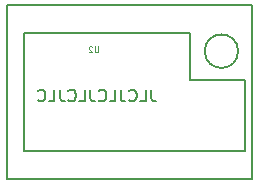
<source format=gbr>
%TF.GenerationSoftware,KiCad,Pcbnew,5.1.8-db9833491~87~ubuntu20.04.1*%
%TF.CreationDate,2020-11-23T16:47:10+01:00*%
%TF.ProjectId,rosalyn-sat,726f7361-6c79-46e2-9d73-61742e6b6963,v1.0*%
%TF.SameCoordinates,Original*%
%TF.FileFunction,Legend,Bot*%
%TF.FilePolarity,Positive*%
%FSLAX46Y46*%
G04 Gerber Fmt 4.6, Leading zero omitted, Abs format (unit mm)*
G04 Created by KiCad (PCBNEW 5.1.8-db9833491~87~ubuntu20.04.1) date 2020-11-23 16:47:10*
%MOMM*%
%LPD*%
G01*
G04 APERTURE LIST*
%ADD10C,0.150000*%
%ADD11C,0.125000*%
G04 APERTURE END LIST*
D10*
X152449047Y-99952380D02*
X152449047Y-100666666D01*
X152496666Y-100809523D01*
X152591904Y-100904761D01*
X152734761Y-100952380D01*
X152830000Y-100952380D01*
X151496666Y-100952380D02*
X151972857Y-100952380D01*
X151972857Y-99952380D01*
X150591904Y-100857142D02*
X150639523Y-100904761D01*
X150782380Y-100952380D01*
X150877619Y-100952380D01*
X151020476Y-100904761D01*
X151115714Y-100809523D01*
X151163333Y-100714285D01*
X151210952Y-100523809D01*
X151210952Y-100380952D01*
X151163333Y-100190476D01*
X151115714Y-100095238D01*
X151020476Y-100000000D01*
X150877619Y-99952380D01*
X150782380Y-99952380D01*
X150639523Y-100000000D01*
X150591904Y-100047619D01*
X149877619Y-99952380D02*
X149877619Y-100666666D01*
X149925238Y-100809523D01*
X150020476Y-100904761D01*
X150163333Y-100952380D01*
X150258571Y-100952380D01*
X148925238Y-100952380D02*
X149401428Y-100952380D01*
X149401428Y-99952380D01*
X148020476Y-100857142D02*
X148068095Y-100904761D01*
X148210952Y-100952380D01*
X148306190Y-100952380D01*
X148449047Y-100904761D01*
X148544285Y-100809523D01*
X148591904Y-100714285D01*
X148639523Y-100523809D01*
X148639523Y-100380952D01*
X148591904Y-100190476D01*
X148544285Y-100095238D01*
X148449047Y-100000000D01*
X148306190Y-99952380D01*
X148210952Y-99952380D01*
X148068095Y-100000000D01*
X148020476Y-100047619D01*
X147306190Y-99952380D02*
X147306190Y-100666666D01*
X147353809Y-100809523D01*
X147449047Y-100904761D01*
X147591904Y-100952380D01*
X147687142Y-100952380D01*
X146353809Y-100952380D02*
X146830000Y-100952380D01*
X146830000Y-99952380D01*
X145449047Y-100857142D02*
X145496666Y-100904761D01*
X145639523Y-100952380D01*
X145734761Y-100952380D01*
X145877619Y-100904761D01*
X145972857Y-100809523D01*
X146020476Y-100714285D01*
X146068095Y-100523809D01*
X146068095Y-100380952D01*
X146020476Y-100190476D01*
X145972857Y-100095238D01*
X145877619Y-100000000D01*
X145734761Y-99952380D01*
X145639523Y-99952380D01*
X145496666Y-100000000D01*
X145449047Y-100047619D01*
X144734761Y-99952380D02*
X144734761Y-100666666D01*
X144782380Y-100809523D01*
X144877619Y-100904761D01*
X145020476Y-100952380D01*
X145115714Y-100952380D01*
X143782380Y-100952380D02*
X144258571Y-100952380D01*
X144258571Y-99952380D01*
X142877619Y-100857142D02*
X142925238Y-100904761D01*
X143068095Y-100952380D01*
X143163333Y-100952380D01*
X143306190Y-100904761D01*
X143401428Y-100809523D01*
X143449047Y-100714285D01*
X143496666Y-100523809D01*
X143496666Y-100380952D01*
X143449047Y-100190476D01*
X143401428Y-100095238D01*
X143306190Y-100000000D01*
X143163333Y-99952380D01*
X143068095Y-99952380D01*
X142925238Y-100000000D01*
X142877619Y-100047619D01*
%TO.C,U2*%
X159814214Y-96700000D02*
G75*
G03*
X159814214Y-96700000I-1414214J0D01*
G01*
X155700000Y-95150000D02*
X141650000Y-95150000D01*
X155700000Y-99150000D02*
X155700000Y-95150000D01*
X160400000Y-99150000D02*
X155700000Y-99150000D01*
X160400000Y-105150000D02*
X160400000Y-99150000D01*
X141650000Y-105150000D02*
X160400000Y-105150000D01*
X141650000Y-95150000D02*
X141650000Y-105150000D01*
X140250000Y-92800000D02*
X140250000Y-107500000D01*
X160950000Y-92800000D02*
X140250000Y-92800000D01*
X160950000Y-107500000D02*
X160950000Y-92800000D01*
X140250000Y-107500000D02*
X160950000Y-107500000D01*
D11*
X147960952Y-96286190D02*
X147960952Y-96690952D01*
X147937142Y-96738571D01*
X147913333Y-96762380D01*
X147865714Y-96786190D01*
X147770476Y-96786190D01*
X147722857Y-96762380D01*
X147699047Y-96738571D01*
X147675238Y-96690952D01*
X147675238Y-96286190D01*
X147460952Y-96333809D02*
X147437142Y-96310000D01*
X147389523Y-96286190D01*
X147270476Y-96286190D01*
X147222857Y-96310000D01*
X147199047Y-96333809D01*
X147175238Y-96381428D01*
X147175238Y-96429047D01*
X147199047Y-96500476D01*
X147484761Y-96786190D01*
X147175238Y-96786190D01*
%TD*%
M02*

</source>
